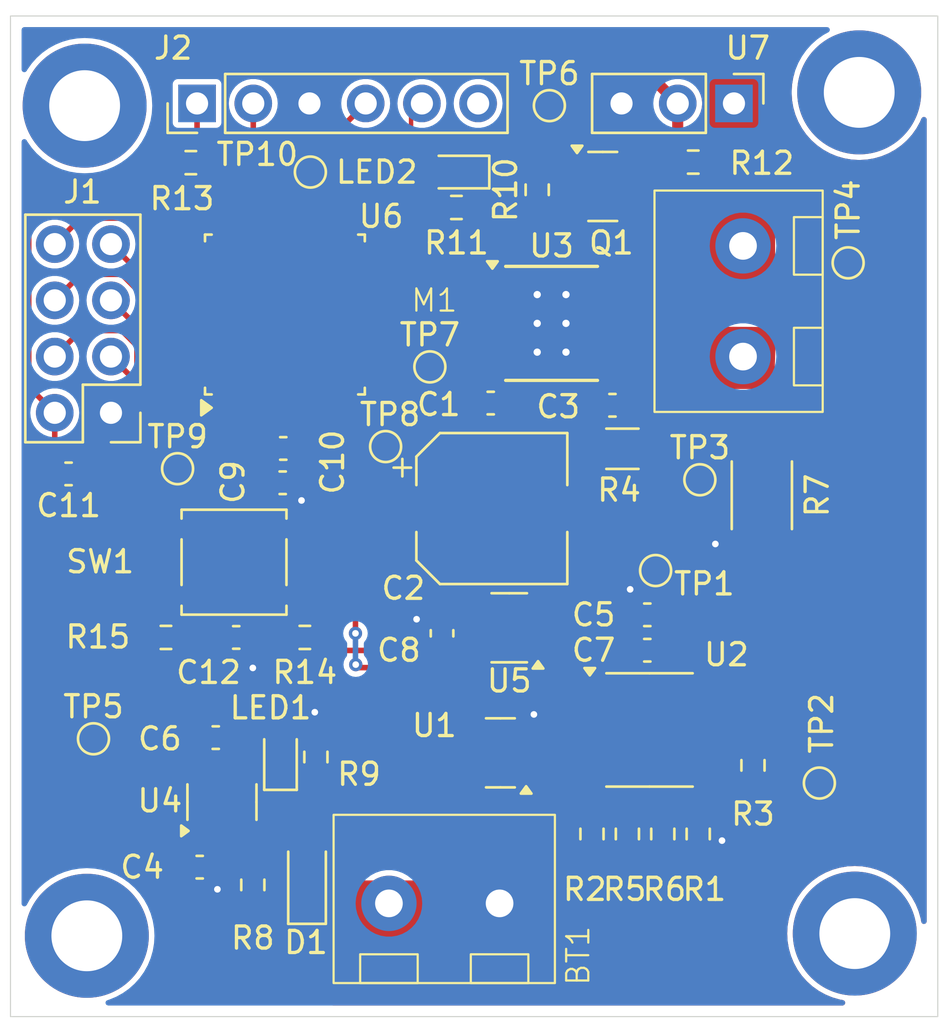
<source format=kicad_pcb>
(kicad_pcb (version 20240108) (generator "pcbnew") (generator_version "8.0")
  (layers (0 "F.Cu" signal) (31 "B.Cu" signal) (34 "B.Paste" user) (35 "F.Paste" user) (36 "B.SilkS" user "B.Silkscreen") (37 "F.SilkS" user "F.Silkscreen") (38 "B.Mask" user) (39 "F.Mask" user) (44 "Edge.Cuts" user))
  (net 0 "")
  (net 1 "+8V")
  (net 2 "GND")
  (net 3 "+3.3V")
  (net 4 "/ina_-")
  (net 9 "/CE_nrf")
  (net 10 "/IRQ_nrf")
  (net 11 "/CSN_nrf")
  (net 12 "/nRESET")
  (net 14 "/SWCLK")
  (net 15 "Net-(J2-Pin_1)")
  (net 16 "/SWDIO")
  (net 17 "Net-(LED1-K)")
  (net 18 "Net-(LED2-A)")
  (net 19 "/baza")
  (net 20 "Net-(Q1-D)")
  (net 21 "Net-(U2B-+)")
  (net 22 "Net-(U1-K)")
  (net 23 "Net-(U2B--)")
  (net 24 "Net-(U2A-+)")
  (net 25 "Net-(U3-ISEN)")
  (net 26 "Net-(U4-EN)")
  (net 27 "Net-(U6-PA2)")
  (net 28 "Net-(U6-PA12{slash}PA10)")
  (net 30 "/control_pin1")
  (net 31 "/control_pin2")
  (net 33 "/INA_ADC")
  (net 36 "Net-(R15-Pad1)")
  (net 37 "/MOSI")
  (net 38 "/MISO")
  (net 39 "/SCK")
  (net 41 "Net-(U6-PA7)")
  (net 46 "Net-(M1--)")
  (net 47 "Net-(M1-+)")
  (net 51 "Net-(U6-PA1)")
  (net 53 "Net-(U6-PC15)")
  (footprint "Capacitor_SMD:C_0603_1608Metric" (layer "F.Cu") (at 70.775 162.485)
    (property "Reference" "C10")
    (property "Value" "100n")
  )
  (footprint "Capacitor_SMD:C_0603_1608Metric" (layer "F.Cu") (at 67.725 175.5475)
    (property "Reference" "C6")
    (property "Value" "10u")
  )
  (footprint "MountingHole:MountingHole_3.2mm_M3_DIN965_Pad" (layer "F.Cu") (at 61.8 147)
    (property "Reference" "H4" (hide yes))
    (property "Value" "MountingHole_Pad" (hide yes))
  )
  (footprint "TestPoint:TestPoint_Pad_D1.0mm" (layer "F.Cu") (at 82.8 147)
    (property "Reference" "TP6")
    (property "Value" "TestPoint")
  )
  (footprint "custom_driftocar:screw_terminal_XY3001V-2P_(5.00)-XINYA" (layer "F.Cu") (at 90.55 155.835 90)
    (property "Reference" "M1")
    (property "Value" "silnik_szczotkowy")
  )
  (footprint "Diode_SMD:D_SOD-323_HandSoldering" (layer "F.Cu") (at 71.85 181.95 90)
    (property "Reference" "D1")
    (property "Value" "ESD3B15WS-DIO")
  )
  (footprint "Package_SO:Texas_HTSOP-8-1EP_3.9x4.9mm_P1.27mm_EP2.95x4.9mm_Mask2.4x3.1mm_ThermalVias" (layer "F.Cu") (at 82.9 156.835)
    (property "Reference" "U3")
    (property "Value" "DRV8870DDA")
  )
  (footprint "Capacitor_SMD:C_0603_1608Metric" (layer "F.Cu") (at 85.65 160.535 180)
    (property "Reference" "C3")
    (property "Value" "100n")
  )
  (footprint "Package_TO_SOT_SMD:SOT-23-6" (layer "F.Cu") (at 80.9875 170.585 180)
    (property "Reference" "U5")
    (property "Value" "INA181(A3)")
  )
  (footprint "Resistor_SMD:R_0603_1608Metric" (layer "F.Cu") (at 66.6 149.575)
    (property "Reference" "R13")
    (property "Value" "0")
  )
  (footprint "Capacitor_SMD:C_0603_1608Metric" (layer "F.Cu") (at 80.15 160.435)
    (property "Reference" "C1")
    (property "Value" "100n")
  )
  (footprint "Resistor_SMD:R_0603_1608Metric" (layer "F.Cu") (at 92 176.8 90)
    (property "Reference" "R3")
    (property "Value" "10k")
  )
  (footprint "Connector_PinHeader_2.54mm:PinHeader_2x04_P2.54mm_Vertical" (layer "F.Cu") (at 62.99 160.875 180)
    (property "Reference" "J1")
    (property "Value" "NRF24l01")
  )
  (footprint "Diode_SMD:D_0603_1608Metric" (layer "F.Cu") (at 70.65 176.4225 90)
    (property "Reference" "LED1")
    (property "Value" "LED1")
  )
  (footprint "Resistor_SMD:R_2010_5025Metric" (layer "F.Cu") (at 92.4 164.6 90)
    (property "Reference" "R7")
    (property "Value" "66m")
  )
  (footprint "Resistor_SMD:R_0603_1608Metric" (layer "F.Cu") (at 82.25 150.8 90)
    (property "Reference" "R10")
    (property "Value" "10k")
  )
  (footprint "Button_Switch_SMD:SW_SPST_TL3305A" (layer "F.Cu") (at 68.55 167.6225)
    (property "Reference" "SW1")
    (property "Value" "SW_Push")
  )
  (footprint "Resistor_SMD:R_0603_1608Metric" (layer "F.Cu") (at 78.6 151.6)
    (property "Reference" "R11")
    (property "Value" "470")
  )
  (footprint "TestPoint:TestPoint_Pad_D1.0mm" (layer "F.Cu") (at 62.2 175.6)
    (property "Reference" "TP5")
    (property "Value" "TestPoint")
  )
  (footprint "custom_driftocar:screw_terminal_XY3001V-2P_(5.00)-XINYA" (layer "F.Cu") (at 78.05 182.035)
    (property "Reference" "BT1")
    (property "Value" "Battery_Cell")
  )
  (footprint "Package_TO_SOT_SMD:SOT-23-5" (layer "F.Cu") (at 68.005 178.46 90)
    (property "Reference" "U4")
    (property "Value" "LDI8119-3.3EN")
  )
  (footprint "Resistor_SMD:R_0603_1608Metric" (layer "F.Cu") (at 87.925 179.9 -90)
    (property "Reference" "R6")
    (property "Value" "12k")
  )
  (footprint "Package_QFP:LQFP-32_7x7mm_P0.8mm" (layer "F.Cu") (at 70.85 156.435 90)
    (property "Reference" "U6")
    (property "Value" "STM32G030K6Tx")
  )
  (footprint "Capacitor_SMD:C_0603_1608Metric" (layer "F.Cu") (at 87.225 170 180)
    (property "Reference" "C5")
    (property "Value" "100n")
  )
  (footprint "TestPoint:TestPoint_Pad_D1.0mm" (layer "F.Cu") (at 89.6 163.9)
    (property "Reference" "TP3")
    (property "Value" "TestPoint")
  )
  (footprint "Package_SO:SOIC-8_3.9x4.9mm_P1.27mm" (layer "F.Cu") (at 87.325 175.2)
    (property "Reference" "U2")
    (property "Value" "AS393AMTR-G1")
  )
  (footprint "MountingHole:MountingHole_3.2mm_M3_DIN965_Pad" (layer "F.Cu") (at 61.9 184.5)
    (property "Reference" "H1" (hide yes))
    (property "Value" "MountingHole_Pad" (hide yes))
  )
  (footprint "TestPoint:TestPoint_Pad_D1.0mm" (layer "F.Cu") (at 75.4 162.4)
    (property "Reference" "TP8")
    (property "Value" "TestPoint")
  )
  (footprint "Connector_PinHeader_2.54mm:PinHeader_1x06_P2.54mm_Vertical" (layer "F.Cu") (at 66.88 146.9 90)
    (property "Reference" "J2")
    (property "Value" "Conn_01x06")
  )
  (footprint "Resistor_SMD:R_0603_1608Metric" (layer "F.Cu") (at 72.25 176.4225 -90)
    (property "Reference" "R9")
    (property "Value" "470")
  )
  (footprint "Package_TO_SOT_SMD:SOT-23" (layer "F.Cu") (at 80.5875 176.235 180)
    (property "Reference" "U1")
    (property "Value" "MMTV4041")
  )
  (footprint "Resistor_SMD:R_0603_1608Metric" (layer "F.Cu") (at 89.525 179.9 -90)
    (property "Reference" "R1")
    (property "Value" "10k")
  )
  (footprint "MountingHole:MountingHole_3.2mm_M3_DIN965_Pad" (layer "F.Cu") (at 96.8 146.4)
    (property "Reference" "H3" (hide yes))
    (property "Value" "MountingHole_Pad" (hide yes))
  )
  (footprint "Diode_SMD:D_0603_1608Metric" (layer "F.Cu") (at 78.6 150 180)
    (property "Reference" "LED2")
    (property "Value" "LED2")
  )
  (footprint "TestPoint:TestPoint_Pad_D1.0mm" (layer "F.Cu") (at 96.3 154.1)
    (property "Reference" "TP4")
    (property "Value" "TestPoint")
  )
  (footprint "TestPoint:TestPoint_Pad_D1.0mm" (layer "F.Cu") (at 87.6 168)
    (property "Reference" "TP1")
    (property "Value" "TestPoint")
  )
  (footprint "Resistor_SMD:R_0603_1608Metric" (layer "F.Cu") (at 65.475 171.0225)
    (property "Reference" "R15")
    (property "Value" "1k")
  )
  (footprint "Resistor_SMD:R_0603_1608Metric" (layer "F.Cu") (at 69.4 182.2 90)
    (property "Reference" "R8")
    (property "Value" "100k")
  )
  (footprint "Capacitor_SMD:C_0603_1608Metric" (layer "F.Cu") (at 68.65 171.0225)
    (property "Reference" "C12")
    (property "Value" "100n")
  )
  (footprint "Resistor_SMD:R_0603_1608Metric" (layer "F.Cu") (at 89.3 149.55)
    (property "Reference" "R12")
    (property "Value" "10k")
  )
  (footprint "Capacitor_SMD:C_0603_1608Metric" (layer "F.Cu") (at 67 181.4)
    (property "Reference" "C4")
    (property "Value" "10u")
  )
  (footprint "Capacitor_SMD:C_0603_1608Metric" (layer "F.Cu") (at 70.75 164.035 180)
    (property "Reference" "C9")
    (property "Value" "4.7u")
  )
  (footprint "Resistor_SMD:R_0603_1608Metric" (layer "F.Cu") (at 86.325 179.9 90)
    (property "Reference" "R5")
    (property "Value" "56k")
  )
  (footprint "TestPoint:TestPoint_Pad_D1.0mm" (layer "F.Cu") (at 72 150)
    (property "Reference" "TP10")
    (property "Value" "TestPoint")
  )
  (footprint "Capacitor_SMD:C_0603_1608Metric" (layer "F.Cu") (at 61.075 163.635 180)
    (property "Reference" "C11")
    (property "Value" "100n")
  )
  (footprint "Resistor_SMD:R_1206_3216Metric" (layer "F.Cu") (at 86.1 162.5)
    (property "Reference" "R4")
    (property "Value" "33m")
  )
  (footprint "TestPoint:TestPoint_Pad_D1.0mm" (layer "F.Cu") (at 77.4 158.8)
    (property "Reference" "TP7")
    (property "Value" "TestPoint")
  )
  (footprint "TestPoint:TestPoint_Pad_D1.0mm" (layer "F.Cu") (at 95 177.6)
    (property "Reference" "TP2")
    (property "Value" "TestPoint")
  )
  (footprint "Resistor_SMD:R_0603_1608Metric" (layer "F.Cu") (at 84.725 179.9 90)
    (property "Reference" "R2")
    (property "Value" "10k")
  )
  (footprint "Capacitor_SMD:CP_Elec_6.3x5.3" (layer "F.Cu") (at 80.2 165.2)
    (property "Reference" "C2")
    (property "Value" "47u")
  )
  (footprint "Resistor_SMD:R_0603_1608Metric" (layer "F.Cu") (at 71.75 171.0225)
    (property "Reference" "R14")
    (property "Value" "10k")
  )
  (footprint "Package_TO_SOT_SMD:SOT-23" (layer "F.Cu") (at 85.2125 150.65)
    (property "Reference" "Q1")
    (property "Value" "Q_NMOS_GSD")
  )
  (footprint "Capacitor_SMD:C_0603_1608Metric" (layer "F.Cu") (at 87.225 171.6 180)
    (property "Reference" "C7")
    (property "Value" "100n")
  )
  (footprint "TestPoint:TestPoint_Pad_D1.0mm" (layer "F.Cu") (at 66 163.4)
    (property "Reference" "TP9")
    (property "Value" "TestPoint")
  )
  (footprint "MountingHole:MountingHole_3.2mm_M3_DIN965_Pad" (layer "F.Cu") (at 96.6 184.4)
    (property "Reference" "H2" (hide yes))
    (property "Value" "MountingHole_Pad" (hide yes))
  )
  (footprint "Connector_PinHeader_2.54mm:PinHeader_1x03_P2.54mm_Vertical" (layer "F.Cu") (at 91.14 146.9 -90)
    (property "Reference" "U7")
    (property "Value" "S1")
  )
  (footprint "Capacitor_SMD:C_0603_1608Metric" (layer "F.Cu") (at 77.95 170.835 90)
    (property "Reference" "C8")
    (property "Value" "100n")
  )
  (gr_rect (start 58.45 142.95) (end 100.35 188.15) (stroke (width 0.05)) (fill none) (layer "Edge.Cuts"))
  (segment (start 66.225 181.4) (end 67.055 180.57) (width 0.5) (layer "F.Cu") (net 1))
  (segment (start 88 170) (end 88.4 170) (width 0.5) (layer "F.Cu") (net 1))
  (segment (start 83.565 169.635) (end 87.8125 165.3875) (width 0.5) (layer "F.Cu") (net 1))
  (segment (start 89.8 173.295) (end 89.695 173.295) (width 0.5) (layer "F.Cu") (net 1))
  (segment (start 94.825 177.625) (end 95 177.8) (width 0.5) (layer "F.Cu") (net 1))
  (segment (start 89.695 173.295) (end 88 171.6) (width 0.5) (layer "F.Cu") (net 1))
  (segment (start 67.055 180.57) (end 67.055 179.5975) (width 0.5) (layer "F.Cu") (net 1))
  (segment (start 84.725 180.725) (end 86.325 180.725) (width 0.5) (layer "F.Cu") (net 1))
  (segment (start 90.4 168.4) (end 87.8125 165.8125) (width 0.5) (layer "F.Cu") (net 1))
  (segment (start 88.4 170) (end 89.4 170) (width 0.5) (layer "F.Cu") (net 1))
  (segment (start 88 171.6) (end 88 170) (width 0.5) (layer "F.Cu") (net 1))
  (segment (start 92 177.625) (end 94.825 177.625) (width 0.5) (layer "F.Cu") (net 1))
  (segment (start 84.725 182.275) (end 84.6 182.4) (width 0.5) (layer "F.Cu") (net 1))
  (segment (start 90.4 168.4) (end 94.2 168.4) (width 0.5) (layer "F.Cu") (net 1))
  (segment (start 71.85 183.2) (end 66.8 183.2) (width 0.5) (layer "F.Cu") (net 1))
  (segment (start 75.55 183.035) (end 72.015 183.035) (width 0.5) (layer "F.Cu") (net 1))
  (segment (start 89.4 170) (end 94.8 170) (width 0.5) (layer "F.Cu") (net 1))
  (segment (start 87.8125 165.8125) (end 87.8125 165.3875) (width 0.5) (layer "F.Cu") (net 1))
  (segment (start 82.125 169.635) (end 83.565 169.635) (width 0.5) (layer "F.Cu") (net 1))
  (segment (start 87.8125 165.8125) (end 87.8125 162.535) (width 0.5) (layer "F.Cu") (net 1))
  (segment (start 66.8 183.2) (end 66.225 182.625) (width 0.5) (layer "F.Cu") (net 1))
  (segment (start 72.015 183.035) (end 71.85 183.2) (width 0.5) (layer "F.Cu") (net 1))
  (segment (start 84.725 180.725) (end 84.725 182.275) (width 0.5) (layer "F.Cu") (net 1))
  (segment (start 66.225 182.625) (end 66.225 181.4) (width 0.5) (layer "F.Cu") (net 1))
  (segment (start 81.45 149.551996) (end 81.751996 149.25) (width 0.25) (layer "F.Cu") (net 2))
  (segment (start 82.1 174.5) (end 81.525 175.075) (width 0.5) (layer "F.Cu") (net 2))
  (segment (start 71.55 164.01) (end 71.525 164.035) (width 0.25) (layer "F.Cu") (net 2))
  (segment (start 69.425 172.375) (end 69.4 172.4) (width 0.5) (layer "F.Cu") (net 2))
  (segment (start 78.475 170.585) (end 77.95 170.06) (width 0.5) (layer "F.Cu") (net 2))
  (segment (start 71.25 162.185) (end 71.55 162.485) (width 0.25) (layer "F.Cu") (net 2))
  (segment (start 68.005 179.5975) (end 68.005 181.17) (width 0.5) (layer "F.Cu") (net 2))
  (segment (start 92.4 166.9125) (end 90.4125 166.9125) (width 0.5) (layer "F.Cu") (net 2))
  (segment (start 71.85 180.7) (end 78.215 180.7) (width 0.5) (layer "F.Cu") (net 2))
  (segment (start 81.45 149.6) (end 81.45 149.551996) (width 0.25) (layer "F.Cu") (net 2))
  (segment (start 84.25 151.625) (end 84.275 151.6) (width 0.5) (layer "F.Cu") (net 2))
  (segment (start 69.425 171.0225) (end 69.425 172.375) (width 0.5) (layer "F.Cu") (net 2))
  (segment (start 81.645 154.93) (end 80.025 154.93) (width 0.5) (layer "F.Cu") (net 2))
  (segment (start 61.85 163.635) (end 61.85 162.015) (width 0.5) (layer "F.Cu") (net 2))
  (segment (start 71.525 164.76) (end 71.6 164.835) (width 0.25) (layer "F.Cu") (net 2))
  (segment (start 90.4125 166.9125) (end 90.3 166.8) (width 0.5) (layer "F.Cu") (net 2))
  (segment (start 72.25 175.5975) (end 72.25 174.45) (width 0.25) (layer "F.Cu") (net 2))
  (segment (start 79.85 170.585) (end 78.475 170.585) (width 0.5) (layer "F.Cu") (net 2))
  (segment (start 83 165.2) (end 83 165.4) (width 0.5) (layer "F.Cu") (net 2))
  (segment (start 79.3875 150) (end 79.7875 149.6) (width 0.25) (layer "F.Cu") (net 2))
  (segment (start 67.775 181.4) (end 67.775 182.375) (width 0.5) (layer "F.Cu") (net 2))
  (segment (start 85.3 146.9) (end 86.06 146.9) (width 0.25) (layer "F.Cu") (net 2))
  (segment (start 87.925 180.725) (end 89.525 180.725) (width 0.5) (layer "F.Cu") (net 2))
  (segment (start 87.3 168) (end 86.45 168.85) (width 0.5) (layer "F.Cu") (net 2))
  (segment (start 87.6 168) (end 87.3 168) (width 0.5) (layer "F.Cu") (net 2))
  (segment (start 82.125 170.585) (end 80.8 170.585) (width 0.5) (layer "F.Cu") (net 2))
  (segment (start 72.15 166.1225) (end 72.15 165.385) (width 0.5) (layer "F.Cu") (net 2))
  (segment (start 82.25 151.625) (end 84.25 151.625) (width 0.5) (layer "F.Cu") (net 2))
  (segment (start 82.95 149.25) (end 85.3 146.9) (width 0.25) (layer "F.Cu") (net 2))
  (segment (start 72.15 165.385) (end 71.6 164.835) (width 0.5) (layer "F.Cu") (net 2))
  (segment (start 81.0125 170.3725) (end 80.8 170.585) (width 0.5) (layer "F.Cu") (net 2))
  (segment (start 89.525 180.725) (end 90.075 180.725) (width 0.5) (layer "F.Cu") (net 2))
  (segment (start 77.95 170.06) (end 76.94 170.06) (width 0.5) (layer "F.Cu") (net 2))
  (segment (start 80.925 160.435) (end 82.25 159.11) (width 0.5) (layer "F.Cu") (net 2))
  (segment (start 71.525 164.035) (end 71.525 164.76) (width 0.25) (layer "F.Cu") (net 2))
  (segment (start 68.005 176.0425) (end 68.5 175.5475) (width 0.5) (layer "F.Cu") (net 2))
  (segment (start 82.25 159.11) (end 82.25 158.135) (width 0.5) (layer "F.Cu") (net 2))
  (segment (start 85.495 177.105) (end 86.45 176.15) (width 0.5) (layer "F.Cu") (net 2))
  (segment (start 79.7875 149.6) (end 81.45 149.6) (width 0.25) (layer "F.Cu") (net 2))
  (segment (start 72.25 174.45) (end 72.2 174.4) (width 0.25) (layer "F.Cu") (net 2))
  (segment (start 81.751996 149.25) (end 82.95 149.25) (width 0.25) (layer "F.Cu") (net 2))
  (segment (start 81.0125 167.1875) (end 81.0125 170.3725) (width 0.5) (layer "F.Cu") (net 2))
  (segment (start 90.075 180.725) (end 90.6 180.2) (width 0.5) (layer "F.Cu") (net 2))
  (segment (start 71.25 160.61) (end 71.25 162.185) (width 0.25) (layer "F.Cu") (net 2))
  (segment (start 86.45 176.15) (end 86.45 170) (width 0.5) (layer "F.Cu") (net 2))
  (segment (start 81.525 175.075) (end 81.525 175.285) (width 0.5) (layer "F.Cu") (net 2))
  (segment (start 80.8 170.585) (end 79.85 170.585) (width 0.5) (layer "F.Cu") (net 2))
  (segment (start 82.25 151.625) (end 82.25 155.535) (width 0.5) (layer "F.Cu") (net 2))
  (segment (start 78.215 180.7) (end 80.55 183.035) (width 0.5) (layer "F.Cu") (net 2))
  (segment (start 86.45 170) (end 86.45 168.85) (width 0.5) (layer "F.Cu") (net 2))
  (segment (start 67.775 182.375) (end 67.8 182.4) (width 0.5) (layer "F.Cu") (net 2))
  (segment (start 82.25 155.535) (end 81.645 154.93) (width 0.5) (layer "F.Cu") (net 2))
  (segment (start 83 165.2) (end 81.0125 167.1875) (width 0.5) (layer "F.Cu") (net 2))
  (segment (start 76.94 170.06) (end 76.8 170.2) (width 0.5) (layer "F.Cu") (net 2))
  (segment (start 86.4 168.8) (end 86.45 168.85) (width 0.5) (layer "F.Cu") (net 2))
  (segment (start 68.005 181.17) (end 67.775 181.4) (width 0.5) (layer "F.Cu") (net 2))
  (segment (start 84.875 160.535) (end 83.55 159.21) (width 0.5) (layer "F.Cu") (net 2))
  (segment (start 71.55 162.485) (end 71.55 164.01) (width 0.25) (layer "F.Cu") (net 2))
  (segment (start 64.95 166.1225) (end 72.15 166.1225) (width 0.25) (layer "F.Cu") (net 2))
  (segment (start 68.005 179.5975) (end 68.005 176.0425) (width 0.5) (layer "F.Cu") (net 2))
  (segment (start 83.55 159.21) (end 83.55 158.135) (width 0.5) (layer "F.Cu") (net 2))
  (segment (start 61.85 162.015) (end 62.99 160.875) (width 0.5) (layer "F.Cu") (net 2))
  (segment (start 84.85 177.105) (end 85.495 177.105) (width 0.5) (layer "F.Cu") (net 2))
  (via (at 69.4 172.4) (size 0.6) (drill 0.3) (layers "F.Cu" "B.Cu") (net 2))
  (via (at 71.6 164.835) (size 0.6) (drill 0.3) (layers "F.Cu" "B.Cu") (net 2))
  (via (at 67.8 182.4) (size 0.6) (drill 0.3) (layers "F.Cu" "B.Cu") (net 2))
  (via (at 82.1 174.5) (size 0.6) (drill 0.3) (layers "F.Cu" "B.Cu") (net 2))
  (via (at 86.45 168.85) (size 0.6) (drill 0.3) (layers "F.Cu" "B.Cu") (net 2))
  (via (at 76.8 170.2) (size 0.6) (drill 0.3) (layers "F.Cu" "B.Cu") (net 2))
  (via (at 90.3 166.8) (size 0.6) (drill 0.3) (layers "F.Cu" "B.Cu") (net 2))
  (via (at 90.6 180.2) (size 0.6) (drill 0.3) (layers "F.Cu" "B.Cu") (net 2))
  (via (at 72.2 174.4) (size 0.6) (drill 0.3) (layers "F.Cu" "B.Cu") (net 2))
  (segment (start 67.055 175.6525) (end 66.95 175.5475) (width 0.25) (layer "F.Cu") (net 3))
  (segment (start 66.95 175.5475) (end 60.3 168.8975) (width 0.25) (layer "F.Cu") (net 3))
  (segment (start 69.975 162.51) (end 70 162.485) (width 0.25) (layer "F.Cu") (net 3))
  (segment (start 64.825 149.575) (end 65.775 149.575) (width 0.25) (layer "F.Cu") (net 3))
  (segment (start 70.65 172.9475) (end 72.575 171.0225) (width 0.25) (layer "F.Cu") (net 3))
  (segment (start 61.35 164.685) (end 60.3 163.635) (width 0.25) (layer "F.Cu") (net 3))
  (segment (start 60.8 150.6) (end 63.8 150.6) (width 0.25) (layer "F.Cu") (net 3))
  (segment (start 73.1625 171.61) (end 72.575 171.0225) (width 0.25) (layer "F.Cu") (net 3))
  (segment (start 69.975 164.16) (end 69.45 164.685) (width 0.25) (layer "F.Cu") (net 3))
  (segment (start 68.4625 174.035) (end 70.65 174.035) (width 0.25) (layer "F.Cu") (net 3))
  (segment (start 69.45 164.685) (end 61.35 164.685) (width 0.25) (layer "F.Cu") (net 3))
  (segment (start 60.45 160.875) (end 60.45 163.485) (width 0.25) (layer "F.Cu") (net 3))
  (segment (start 60.3 168.8975) (end 60.3 163.635) (width 0.25) (layer "F.Cu") (net 3))
  (segment (start 80.025 159.605) (end 79.4 160.23) (width 0.25) (layer "F.Cu") (net 3))
  (segment (start 79.4 160.23) (end 79.418884 160.23) (width 0.25) (layer "F.Cu") (net 3))
  (segment (start 79.775 171.61) (end 79.85 171.535) (width 0.25) (layer "F.Cu") (net 3))
  (segment (start 80.025 159.605) (end 80.025 158.74) (width 0.25) (layer "F.Cu") (net 3))
  (segment (start 70.45 162.035) (end 70.45 160.61) (width 0.25) (layer "F.Cu") (net 3))
  (segment (start 70 162.485) (end 70.45 162.035) (width 0.25) (layer "F.Cu") (net 3))
  (segment (start 70.65 174.035) (end 70.65 172.9475) (width 0.25) (layer "F.Cu") (net 3))
  (segment (start 59.275 159.7) (end 59.275 152.125) (width 0.25) (layer "F.Cu") (net 3))
  (segment (start 66.95 175.5475) (end 68.4625 174.035) (width 0.25) (layer "F.Cu") (net 3))
  (segment (start 74.15 171.61) (end 73.1625 171.61) (width 0.25) (layer "F.Cu") (net 3))
  (segment (start 78.925 160.435) (end 75.1 164.26) (width 0.25) (layer "F.Cu") (net 3))
  (segment (start 75.1 164.26) (end 75.1 171.51) (width 0.25) (layer "F.Cu") (net 3))
  (segment (start 69.975 164.035) (end 69.975 162.51) (width 0.25) (layer "F.Cu") (net 3))
  (segment (start 63.8 150.6) (end 64.825 149.575) (width 0.25) (layer "F.Cu") (net 3))
  (segment (start 67.055 177.3225) (end 67.055 175.6525) (width 0.25) (layer "F.Cu") (net 3))
  (segment (start 69.975 164.035) (end 69.975 164.16) (width 0.25) (layer "F.Cu") (net 3))
  (segment (start 70.65 175.635) (end 70.65 174.035) (width 0.25) (layer "F.Cu") (net 3))
  (segment (start 77.95 171.61) (end 79.775 171.61) (width 0.25) (layer "F.Cu") (net 3))
  (segment (start 77.95 171.61) (end 74.15 171.61) (width 0.25) (layer "F.Cu") (net 3))
  (segment (start 66.8975 175.6) (end 66.95 175.5475) (width 0.25) (layer "F.Cu") (net 3))
  (segment (start 60.45 163.485) (end 60.3 163.635) (width 0.25) (layer "F.Cu") (net 3))
  (segment (start 60.45 160.875) (end 59.275 159.7) (width 0.25) (layer "F.Cu") (net 3))
  (segment (start 79.375 160.435) (end 78.925 160.435) (width 0.25) (layer "F.Cu") (net 3))
  (segment (start 62.2 175.6) (end 66.8975 175.6) (width 0.25) (layer "F.Cu") (net 3))
  (segment (start 59.275 152.125) (end 60.8 150.6) (width 0.25) (layer "F.Cu") (net 3))
  (segment (start 84.8875 162.535) (end 84.8875 162.0725) (width 0.5) (layer "F.Cu") (net 4))
  (segment (start 79.85 167.65) (end 79.85 169.635) (width 0.5) (layer "F.Cu") (net 4))
  (segment (start 77.4 165.2) (end 80.065 162.535) (width 0.5) (layer "F.Cu") (net 4))
  (segment (start 86.425 159.39) (end 85.775 158.74) (width 0.5) (layer "F.Cu") (net 4))
  (segment (start 84.8875 162.0725) (end 86.425 160.535) (width 0.5) (layer "F.Cu") (net 4))
  (segment (start 77.4 165.2) (end 79.85 167.65) (width 0.5) (layer "F.Cu") (net 4))
  (segment (start 86.425 160.535) (end 86.425 159.39) (width 0.5) (layer "F.Cu") (net 4))
  (segment (start 80.065 162.535) (end 84.8875 162.535) (width 0.5) (layer "F.Cu") (net 4))
  (segment (start 62.99 158.335) (end 66.34 161.685) (width 0.25) (layer "F.Cu") (net 9))
  (segment (start 66.34 161.685) (end 68.524999 161.685) (width 0.25) (layer "F.Cu") (net 9))
  (segment (start 68.85 161.359999) (end 68.85 160.61) (width 0.25) (layer "F.Cu") (net 9))
  (segment (start 68.524999 161.685) (end 68.85 161.359999) (width 0.25) (layer "F.Cu") (net 9))
  (segment (start 61.625 152.08) (end 63.63 152.08) (width 0.25) (layer "F.Cu") (net 10))
  (segment (start 60.45 153.255) (end 61.625 152.08) (width 0.25) (layer "F.Cu") (net 10))
  (segment (start 65.985 154.435) (end 66.675 154.435) (width 0.25) (layer "F.Cu") (net 10))
  (segment (start 63.63 152.08) (end 65.985 154.435) (width 0.25) (layer "F.Cu") (net 10))
  (segment (start 64.165 158.821701) (end 64.165 157.848299) (width 0.25) (layer "F.Cu") (net 11))
  (segment (start 63.476701 157.16) (end 61.625 157.16) (width 0.25) (layer "F.Cu") (net 11))
  (segment (start 61.625 157.16) (end 60.45 158.335) (width 0.25) (layer "F.Cu") (net 11))
  (segment (start 64.165 157.848299) (end 63.476701 157.16) (width 0.25) (layer "F.Cu") (net 11))
  (segment (start 65.953299 160.61) (end 64.165 158.821701) (width 0.25) (layer "F.Cu") (net 11))
  (segment (start 68.05 160.61) (end 65.953299 160.61) (width 0.25) (layer "F.Cu") (net 11))
  (segment (start 70.925 171.0225) (end 71.725 170.2225) (width 0.25) (layer "F.Cu") (net 12))
  (segment (start 73.55 169.8725) (end 73.55 162.904838) (width 0.25) (layer "F.Cu") (net 12))
  (segment (start 70.0225 170.2225) (end 68.675 170.2225) (width 0.25) (layer "F.Cu") (net 12))
  (segment (start 76.55 150.7) (end 76.55 147.39) (width 0.2) (layer "F.Cu") (net 12))
  (segment (start 71.725 170.2225) (end 71.725 170.1475) (width 0.25) (layer "F.Cu") (net 12))
  (segment (start 70.925 171.0225) (end 70.8225 171.0225) (width 0.25) (layer "F.Cu") (net 12))
  (segment (start 72.05 160.61) (end 72.05 155.2) (width 0.2) (layer "F.Cu") (net 12))
  (segment (start 76.55 147.39) (end 77.04 146.9) (width 0.2) (layer "F.Cu") (net 12))
  (segment (start 68.675 170.2225) (end 67.875 171.0225) (width 0.25) (layer "F.Cu") (net 12))
  (segment (start 72.05 161.404838) (end 72.05 160.61) (width 0.25) (layer "F.Cu") (net 12))
  (segment (start 73.954506 153.31) (end 74.2 153.064506) (width 0.2) (layer "F.Cu") (net 12))
  (segment (start 73.275 170.1475) (end 73.55 169.8725) (width 0.25) (layer "F.Cu") (net 12))
  (segment (start 74.2 153.064506) (end 74.2 153.05) (width 0.2) (layer "F.Cu") (net 12))
  (segment (start 71.725 170.1475) (end 73.275 170.1475) (width 0.25) (layer "F.Cu") (net 12))
  (segment (start 73.94 153.31) (end 73.954506 153.31) (width 0.2) (layer "F.Cu") (net 12))
  (segment (start 70.8225 171.0225) (end 70.0225 170.2225) (width 0.25) (layer "F.Cu") (net 12))
  (segment (start 72.05 155.2) (end 73.94 153.31) (width 0.2) (layer "F.Cu") (net 12))
  (segment (start 74.2 153.05) (end 76.55 150.7) (width 0.2) (layer "F.Cu") (net 12))
  (segment (start 73.55 162.904838) (end 72.05 161.404838) (width 0.25) (layer "F.Cu") (net 12))
  (segment (start 66.3 171.0225) (end 67.875 171.0225) (width 0.25) (layer "F.Cu") (net 12))
  (segment (start 69.42 146.9) (end 69.42 148.803004) (width 0.25) (layer "F.Cu") (net 14))
  (segment (start 69.42 148.803004) (end 66.675 151.548004) (width 0.25) (layer "F.Cu") (net 14))
  (segment (start 66.675 151.548004) (end 66.675 153.635) (width 0.25) (layer "F.Cu") (net 14))
  (segment (start 66.88 146.9) (end 66.88 149.03) (width 0.25) (layer "F.Cu") (net 15))
  (segment (start 66.88 149.03) (end 67.425 149.575) (width 0.25) (layer "F.Cu") (net 15))
  (segment (start 68.05 150.95) (end 68.05 152.26) (width 0.25) (layer "F.Cu") (net 16))
  (segment (start 74.5 146.9) (end 73 148.4) (width 0.25) (layer "F.Cu") (net 16))
  (segment (start 70.6 148.4) (end 68.05 150.95) (width 0.25) (layer "F.Cu") (net 16))
  (segment (start 73 148.4) (end 70.6 148.4) (width 0.25) (layer "F.Cu") (net 16))
  (segment (start 70.65 177.21) (end 72.2125 177.21) (width 0.25) (layer "F.Cu") (net 17))
  (segment (start 72.2125 177.21) (end 72.25 177.2475) (width 0.25) (layer "F.Cu") (net 17))
  (segment (start 77.775 150.0375) (end 77.8125 150) (width 0.25) (layer "F.Cu") (net 18))
  (segment (start 77.775 151.6) (end 77.775 150.0375) (width 0.25) (layer "F.Cu") (net 18))
  (segment (start 76.59 156.035) (end 75.025 156.035) (width 0.25) (layer "F.Cu") (net 19))
  (segment (start 82.25 149.975) (end 82.25 150.375) (width 0.25) (layer "F.Cu") (net 19))
  (segment (start 84 149.975) (end 84.275 149.7) (width 0.25) (layer "F.Cu") (net 19))
  (segment (start 82.25 150.375) (end 76.59 156.035) (width 0.25) (layer "F.Cu") (net 19))
  (segment (start 82.25 149.975) (end 84 149.975) (width 0.25) (layer "F.Cu") (net 19))
  (segment (start 87.435 149.365) (end 86.15 150.65) (width 0.5) (layer "F.Cu") (net 20))
  (segment (start 88.475 149) (end 88.2 149) (width 0.5) (layer "F.Cu") (net 20))
  (segment (start 88.475 149) (end 88.475 148.325) (width 0.5) (layer "F.Cu") (net 20))
  (segment (start 87.3 145.6) (end 88.6 146.9) (width 0.5) (layer "F.Cu") (net 20))
  (segment (start 84.2 145.6) (end 87.3 145.6) (width 0.5) (layer "F.Cu") (net 20))
  (segment (start 82.8 147) (end 84.2 145.6) (width 0.5) (layer "F.Cu") (net 20))
  (segment (start 88.6 148.2) (end 88 148.8) (width 0.5) (layer "F.Cu") (net 20))
  (segment (start 88.475 149.55) (end 88.475 149) (width 0.5) (layer "F.Cu") (net 20))
  (segment (start 88.475 148.325) (end 88.6 148.2) (width 0.5) (layer "F.Cu") (net 20))
  (segment (start 88.2 149) (end 88 148.8) (width 0.5) (layer "F.Cu") (net 20))
  (segment (start 88.6 146.9) (end 88.6 148.2) (width 0.5) (layer "F.Cu") (net 20))
  (segment (start 88 148.8) (end 87.435 149.365) (width 0.5) (layer "F.Cu") (net 20))
  (segment (start 89.525 179.075) (end 89.525 177.38) (width 0.5) (layer "F.Cu") (net 21))
  (segment (start 89.525 177.38) (end 89.8 177.105) (width 0.5) (layer "F.Cu") (net 21))
  (segment (start 83.075 179.075) (end 84.725 179.075) (width 0.5) (layer "F.Cu") (net 22))
  (segment (start 81.525 177.1025) (end 81.525 177.185) (width 0.5) (layer "F.Cu") (net 22))
  (segment (start 84.85 174.565) (end 84.0625 174.565) (width 0.5) (layer "F.Cu") (net 22))
  (segment (start 81.525 177.185) (end 81.525 177.525) (width 0.5) (layer "F.Cu") (net 22))
  (segment (start 84.0625 174.565) (end 81.525 177.1025) (width 0.5) (layer "F.Cu") (net 22))
  (segment (start 81.525 177.525) (end 83.075 179.075) (width 0.5) (layer "F.Cu") (net 22))
  (segment (start 91.86 175.835) (end 92 175.975) (width 0.5) (layer "F.Cu") (net 23))
  (segment (start 89.8 175.835) (end 91.86 175.835) (width 0.5) (layer "F.Cu") (net 23))
  (segment (start 85.25 178) (end 83.917316 178) (width 0.5) (layer "F.Cu") (net 24))
  (segment (start 86.325 179.075) (end 87.925 179.075) (width 0.5) (layer "F.Cu") (net 24))
  (segment (start 83.86495 175.835) (end 84.85 175.835) (width 0.5) (layer "F.Cu") (net 24))
  (segment (start 86.325 179.075) (end 85.25 178) (width 0.5) (layer "F.Cu") (net 24))
  (segment (start 83.249975 177.332659) (end 83.249975 176.449975) (width 0.5) (layer "F.Cu") (net 24))
  (segment (start 83.917316 178) (end 83.249975 177.332659) (width 0.5) (layer "F.Cu") (net 24))
  (segment (start 83.249975 176.449975) (end 83.86495 175.835) (width 0.5) (layer "F.Cu") (net 24))
  (segment (start 92.915 156.2) (end 93.6 156.885) (width 0.5) (layer "F.Cu") (net 25))
  (segment (start 85.775 156.2) (end 92.915 156.2) (width 0.5) (layer "F.Cu") (net 25))
  (segment (start 93.6 161.0875) (end 92.4 162.2875) (width 0.5) (layer "F.Cu") (net 25))
  (segment (start 93.6 156.885) (end 93.6 161.0875) (width 0.5) (layer "F.Cu") (net 25))
  (segment (start 74.697316 179.5975) (end 80.999816 173.295) (width 0.5) (layer "F.Cu") (net 26))
  (segment (start 68.955 179.5975) (end 74.697316 179.5975) (width 0.5) (layer "F.Cu") (net 26))
  (segment (start 68.955 179.5975) (end 68.955 180.93) (width 0.5) (layer "F.Cu") (net 26))
  (segment (start 68.955 180.93) (end 69.4 181.375) (width 0.5) (layer "F.Cu") (net 26))
  (segment (start 80.999816 173.295) (end 84.85 173.295) (width 0.5) (layer "F.Cu") (net 26))
  (segment (start 76.965 159.235) (end 77.4 158.8) (width 0.25) (layer "F.Cu") (net 27))
  (segment (start 75.025 159.235) (end 76.965 159.235) (width 0.25) (layer "F.Cu") (net 27))
  (segment (start 68.85 151.442894) (end 70.292894 150) (width 0.25) (layer "F.Cu") (net 28))
  (segment (start 70.292894 150) (end 72 150) (width 0.25) (layer "F.Cu") (net 28))
  (segment (start 68.85 152.26) (end 68.85 151.442894) (width 0.25) (layer "F.Cu") (net 28))
  (segment (start 75.025 157.635) (end 79.86 157.635) (width 0.25) (layer "F.Cu") (net 30))
  (segment (start 79.86 157.635) (end 80.025 157.47) (width 0.25) (layer "F.Cu") (net 30))
  (segment (start 80.025 156.2) (end 77.6 156.2) (width 0.25) (layer "F.Cu") (net 31))
  (segment (start 77.6 156.2) (end 76.965 156.835) (width 0.25) (layer "F.Cu") (net 31))
  (segment (start 76.965 156.835) (end 75.025 156.835) (width 0.25) (layer "F.Cu") (net 31))
  (segment (start 74.185 172.385) (end 81.275 172.385) (width 0.25) (layer "F.Cu") (net 33))
  (segment (start 74.05 172.25) (end 74.185 172.385) (width 0.25) (layer "F.Cu") (net 33))
  (segment (start 72.85 160.61) (end 72.85 161.391666) (width 0.25) (layer "F.Cu") (net 33))
  (segment (start 81.275 172.385) (end 82.125 171.535) (width 0.25) (layer "F.Cu") (net 33))
  (segment (start 74.038058 162.579724) (end 74.038058 170.838058) (width 0.25) (layer "F.Cu") (net 33))
  (segment (start 72.85 161.391666) (end 74.038058 162.579724) (width 0.25) (layer "F.Cu") (net 33))
  (via (at 74.05 172.25) (size 0.6) (drill 0.3) (layers "F.Cu" "B.Cu") (net 33))
  (via (at 74.038058 170.838058) (size 0.6) (drill 0.3) (layers "F.Cu" "B.Cu") (net 33))
  (segment (start 74.038058 170.838058) (end 74.038058 172.238058) (width 0.25) (layer "B.Cu") (net 33))
  (segment (start 74.038058 172.238058) (end 74.05 172.25) (width 0.25) (layer "B.Cu") (net 33))
  (segment (start 64.95 170.7225) (end 64.65 171.0225) (width 0.25) (layer "F.Cu") (net 36))
  (segment (start 64.95 169.1225) (end 72.15 169.1225) (width 0.25) (layer "F.Cu") (net 36))
  (segment (start 64.95 169.1225) (end 64.95 170.7225) (width 0.25) (layer "F.Cu") (net 36))
  (segment (start 65.15 157.659999) (end 65.925001 158.435) (width 0.25) (layer "F.Cu") (net 37))
  (segment (start 61.625 154.62) (end 63.476701 154.62) (width 0.25) (layer "F.Cu") (net 37))
  (segment (start 65.15 156.293299) (end 65.15 157.659999) (width 0.25) (layer "F.Cu") (net 37))
  (segment (start 63.476701 154.62) (end 65.15 156.293299) (width 0.25) (layer "F.Cu") (net 37))
  (segment (start 60.45 155.795) (end 61.625 154.62) (width 0.25) (layer "F.Cu") (net 37))
  (segment (start 65.925001 158.435) (end 66.675 158.435) (width 0.25) (layer "F.Cu") (net 37))
  (segment (start 65.925001 157.635) (end 66.675 157.635) (width 0.25) (layer "F.Cu") (net 38))
  (segment (start 65.6 155.865) (end 65.6 157.309999) (width 0.25) (layer "F.Cu") (net 38))
  (segment (start 65.6 157.309999) (end 65.925001 157.635) (width 0.25) (layer "F.Cu") (net 38))
  (segment (start 62.99 153.255) (end 65.6 155.865) (width 0.25) (layer "F.Cu") (net 38))
  (segment (start 64.7 158.009999) (end 65.925001 159.235) (width 0.25) (layer "F.Cu") (net 39))
  (segment (start 62.99 155.795) (end 64.7 157.505) (width 0.25) (layer "F.Cu") (net 39))
  (segment (start 65.925001 159.235) (end 66.675 159.235) (width 0.25) (layer "F.Cu") (net 39))
  (segment (start 62.99 155.795) (end 62.99 156.299999) (width 0.25) (layer "F.Cu") (net 39))
  (segment (start 64.7 157.505) (end 64.7 158.009999) (width 0.25) (layer "F.Cu") (net 39))
  (segment (start 75.025 155.235) (end 75.774999 155.235) (width 0.25) (layer "F.Cu") (net 41))
  (segment (start 79.409999 151.6) (end 75.774999 155.235) (width 0.25) (layer "F.Cu") (net 41))
  (segment (start 79.425 151.6) (end 79.409999 151.6) (width 0.25) (layer "F.Cu") (net 41))
  (segment (start 96.3 154.1) (end 92.315 154.1) (width 0.5) (layer "F.Cu") (net 46))
  (segment (start 92.315 154.1) (end 91.55 153.335) (width 0.5) (layer "F.Cu") (net 46))
  (segment (start 89.6 159.6) (end 89.7 159.5) (width 0.5) (layer "F.Cu") (net 47))
  (segment (start 89.6 159.5) (end 89.2 159.1) (width 0.5) (layer "F.Cu") (net 47))
  (segment (start 89.6 159.9) (end 89.7 159.9) (width 0.5) (layer "F.Cu") (net 47))
  (segment (start 89.6 163.9) (end 89.6 159.9) (width 0.5) (layer "F.Cu") (net 47))
  (segment (start 89.6 159.9) (end 89.6 159.6) (width 0.5) (layer "F.Cu") (net 47))
  (segment (start 89.7 159.9) (end 90 159.6) (width 0.5) (layer "F.Cu") (net 47))
  (segment (start 73.65 160.65) (end 73.65 160.61) (width 0.25) (layer "F.Cu") (net 51))
  (segment (start 75.4 162.4) (end 73.65 160.65) (width 0.25) (layer "F.Cu") (net 51))
  (segment (start 67.609999 163.4) (end 69.65 161.359999) (width 0.25) (layer "F.Cu") (net 53))
  (segment (start 66 163.4) (end 67.609999 163.4) (width 0.25) (layer "F.Cu") (net 53))
  (segment (start 69.65 161.359999) (end 69.65 160.61) (width 0.25) (layer "F.Cu") (net 53))
  (zone (net 47) (net_name "Net-(M1-+)") (layer "F.Cu") (priority 1) (connect_pads yes (clearance 0.25)) (min_thickness 0.25) (fill yes (thermal_gap 0.5) (thermal_bridge_width 0.5))
    (polygon (pts (xy 93.05 157) (xy 92.95 159.8) (xy 89.95 159.8) (xy 87.35 158.35) (xy 84.55 158.035) (xy 84.55 156.95)))
  )
  (zone (net 46) (net_name "Net-(M1--)") (layer "F.Cu") (connect_pads yes (clearance 0.25)) (min_thickness 0.25) (fill yes (thermal_gap 0.5) (thermal_bridge_width 0.5))
    (polygon (pts (xy 90 151.8) (xy 84.6 154.4) (xy 84.499129 155.25) (xy 93 155.2) (xy 93 151.8)))
  )
  (zone (net 1) (net_name "+8V") (layer "F.Cu") (priority 3) (connect_pads yes (clearance 0.25)) (min_thickness 0.25) (fill yes (thermal_gap 0.5) (thermal_bridge_width 0.5))
    (polygon (pts (xy 73 182) (xy 72.9 188.4) (xy 100.5 188.5) (xy 100.5 142.7) (xy 94 142.9) (xy 94 145.4) (xy 89.6 145.4) (xy 89.6 148) (xy 89.6 150.4) (xy 92.4 150.4) (xy 94 152.2) (xy 94 177.2) (xy 90.2 182)))
  )
  (zone (net 2) (net_name "GND") (layer "B.Cu") (priority 2) (connect_pads yes (clearance 0.25)) (min_thickness 0.25) (fill yes (thermal_gap 0.5) (thermal_bridge_width 0.5))
    (polygon (pts (xy 58.4 142.8) (xy 58.3 188.3) (xy 100.4 188.2) (xy 100.5 142.8)))
  )
)
</source>
